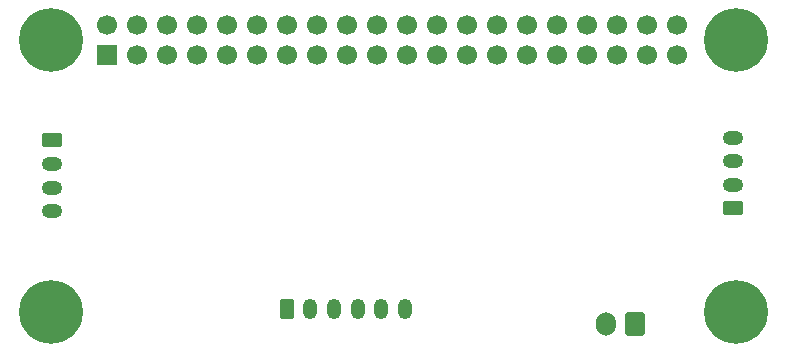
<source format=gbr>
%TF.GenerationSoftware,KiCad,Pcbnew,9.0.7*%
%TF.CreationDate,2026-01-26T16:26:35+01:00*%
%TF.ProjectId,Projet 6 KICAD CLS COMPLET,50726f6a-6574-4203-9620-4b4943414420,rev?*%
%TF.SameCoordinates,Original*%
%TF.FileFunction,Soldermask,Bot*%
%TF.FilePolarity,Negative*%
%FSLAX46Y46*%
G04 Gerber Fmt 4.6, Leading zero omitted, Abs format (unit mm)*
G04 Created by KiCad (PCBNEW 9.0.7) date 2026-01-26 16:26:35*
%MOMM*%
%LPD*%
G01*
G04 APERTURE LIST*
G04 Aperture macros list*
%AMRoundRect*
0 Rectangle with rounded corners*
0 $1 Rounding radius*
0 $2 $3 $4 $5 $6 $7 $8 $9 X,Y pos of 4 corners*
0 Add a 4 corners polygon primitive as box body*
4,1,4,$2,$3,$4,$5,$6,$7,$8,$9,$2,$3,0*
0 Add four circle primitives for the rounded corners*
1,1,$1+$1,$2,$3*
1,1,$1+$1,$4,$5*
1,1,$1+$1,$6,$7*
1,1,$1+$1,$8,$9*
0 Add four rect primitives between the rounded corners*
20,1,$1+$1,$2,$3,$4,$5,0*
20,1,$1+$1,$4,$5,$6,$7,0*
20,1,$1+$1,$6,$7,$8,$9,0*
20,1,$1+$1,$8,$9,$2,$3,0*%
G04 Aperture macros list end*
%ADD10C,5.400000*%
%ADD11RoundRect,0.250000X-0.625000X0.350000X-0.625000X-0.350000X0.625000X-0.350000X0.625000X0.350000X0*%
%ADD12O,1.750000X1.200000*%
%ADD13RoundRect,0.250000X0.625000X-0.350000X0.625000X0.350000X-0.625000X0.350000X-0.625000X-0.350000X0*%
%ADD14RoundRect,0.250000X-0.350000X-0.625000X0.350000X-0.625000X0.350000X0.625000X-0.350000X0.625000X0*%
%ADD15O,1.200000X1.750000*%
%ADD16RoundRect,0.250000X0.600000X0.750000X-0.600000X0.750000X-0.600000X-0.750000X0.600000X-0.750000X0*%
%ADD17O,1.700000X2.000000*%
%ADD18R,1.700000X1.700000*%
%ADD19C,1.700000*%
G04 APERTURE END LIST*
D10*
%TO.C,H2*%
X158000000Y-50000000D03*
%TD*%
%TO.C,H1*%
X100000000Y-50000000D03*
%TD*%
%TO.C,H4*%
X158000000Y-73000000D03*
%TD*%
D11*
%TO.C,J3*%
X100150435Y-58495718D03*
D12*
X100150435Y-60495718D03*
X100150435Y-62495718D03*
X100150435Y-64495718D03*
%TD*%
D13*
%TO.C,J4*%
X157750000Y-64250000D03*
D12*
X157750000Y-62250000D03*
X157750000Y-60250000D03*
X157750000Y-58250000D03*
%TD*%
D14*
%TO.C,J2*%
X120000000Y-72750000D03*
D15*
X122000000Y-72750000D03*
X124000000Y-72750000D03*
X126000000Y-72750000D03*
X128000000Y-72750000D03*
X130000000Y-72750000D03*
%TD*%
D16*
%TO.C,J5*%
X149500000Y-74000000D03*
D17*
X147000000Y-74000000D03*
%TD*%
D10*
%TO.C,H3*%
X100000000Y-73000000D03*
%TD*%
D18*
%TO.C,J1*%
X104750000Y-51250000D03*
D19*
X104750000Y-48710000D03*
X107290000Y-51250000D03*
X107290000Y-48710000D03*
X109830000Y-51250000D03*
X109830000Y-48710000D03*
X112370000Y-51250000D03*
X112370000Y-48710000D03*
X114910000Y-51250000D03*
X114910000Y-48710000D03*
X117450000Y-51250000D03*
X117450000Y-48710000D03*
X119990000Y-51250000D03*
X119990000Y-48710000D03*
X122530000Y-51250000D03*
X122530000Y-48710000D03*
X125070000Y-51250000D03*
X125070000Y-48710000D03*
X127610000Y-51250000D03*
X127610000Y-48710000D03*
X130150000Y-51250000D03*
X130150000Y-48710000D03*
X132690000Y-51250000D03*
X132690000Y-48710000D03*
X135230000Y-51250000D03*
X135230000Y-48710000D03*
X137770000Y-51250000D03*
X137770000Y-48710000D03*
X140310000Y-51250000D03*
X140310000Y-48710000D03*
X142850000Y-51250000D03*
X142850000Y-48710000D03*
X145390000Y-51250000D03*
X145390000Y-48710000D03*
X147930000Y-51250000D03*
X147930000Y-48710000D03*
X150470000Y-51250000D03*
X150470000Y-48710000D03*
X153010000Y-51250000D03*
X153010000Y-48710000D03*
%TD*%
M02*

</source>
